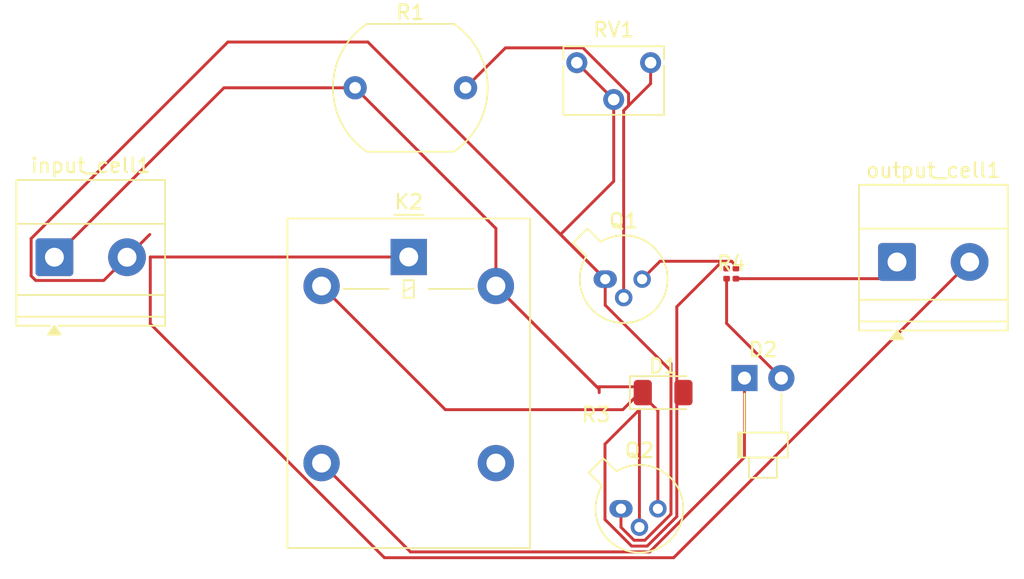
<source format=kicad_pcb>
(kicad_pcb (version 20241229) (generator "pcbnew") (generator_version "9.0")
  (layers (0 "F.Cu" signal) (2 "B.Cu" signal) (13 "F.Paste" user) (15 "B.Paste" user) (5 "F.SilkS" user "F.Silkscreen") (7 "B.SilkS" user "B.Silkscreen") (1 "F.Mask" user) (3 "B.Mask" user) (25 "Edge.Cuts" user))
  (net 0 "")
  (net 1 "Net-(D1-K)")
  (net 2 "Net-(D1-A)")
  (net 3 "Net-(D2-K)")
  (net 4 "Net-(D2-A)")
  (net 6 "Net-(Q1-B)")
  (net 7 "Net-(Q1-C)")
  (net 8 "Net-(Q1-E)")
  (net 9 "Net-(output_cell1-Pin_2)")
  (net 10 "Net-(output_cell1-Pin_1)")
  (footprint "Diode_SMD:D_1206_3216Metric" (layer "F.Cu") (at 150.9 91)
    (property "Reference" "D1" (at 0 -1.83 0) (layer "F.SilkS"))
    (property "Value" "D")
    (fp_line (start -2.285 -1.135) (end -2.285 1.135) (stroke (width 0.12)) (layer "F.SilkS"))
    (fp_line (start -2.285 1.135) (end 1.6 1.135) (stroke (width 0.12)) (layer "F.SilkS"))
    (fp_line (start 1.6 -1.135) (end -2.285 -1.135) (stroke (width 0.12)) (layer "F.SilkS"))
    (pad "1" smd roundrect (at -1.4 0) (size 1.25 1.75) (layers "F.Cu" "F.Mask" "F.Paste") (roundrect_rratio 0.2) (net 1 "Net-(D1-K)"))
    (pad "2" smd roundrect (at 1.4 0) (size 1.25 1.75) (layers "F.Cu" "F.Mask" "F.Paste") (roundrect_rratio 0.2) (net 2 "Net-(D1-A)"))
  )
  (footprint "LED_THT:LED_D1.8mm_W1.8mm_H2.4mm_Horizontal_O3.81mm_Z4.9mm" (layer "F.Cu") (at 156.5 90)
    (property "Reference" "D2" (at 1.27 -1.96 0) (layer "F.SilkS"))
    (property "Value" "LED")
    (fp_line (start -0.44 3.75) (end -0.44 5.47) (stroke (width 0.12)) (layer "F.SilkS"))
    (fp_line (start -0.44 5.47) (end 2.98 5.47) (stroke (width 0.12)) (layer "F.SilkS"))
    (fp_line (start -0.32 3.75) (end -0.32 5.47) (stroke (width 0.12)) (layer "F.SilkS"))
    (fp_line (start -0.2 3.75) (end -0.2 5.47) (stroke (width 0.12)) (layer "F.SilkS"))
    (fp_line (start 0 1.08) (end 0 1.08) (stroke (width 0.12)) (layer "F.SilkS"))
    (fp_line (start 0 1.08) (end 0 3.75) (stroke (width 0.12)) (layer "F.SilkS"))
    (fp_line (start 0 3.75) (end 0 1.08) (stroke (width 0.12)) (layer "F.SilkS"))
    (fp_line (start 0 3.75) (end 0 3.75) (stroke (width 0.12)) (layer "F.SilkS"))
    (fp_line (start 0.31 5.47) (end 0.31 6.87) (stroke (width 0.12)) (layer "F.SilkS"))
    (fp_line (start 0.31 6.87) (end 2.23 6.87) (stroke (width 0.12)) (layer "F.SilkS"))
    (fp_line (start 2.23 5.47) (end 0.31 5.47) (stroke (width 0.12)) (layer "F.SilkS"))
    (fp_line (start 2.23 6.87) (end 2.23 5.47) (stroke (width 0.12)) (layer "F.SilkS"))
    (fp_line (start 2.54 1.08) (end 2.54 1.08) (stroke (width 0.12)) (layer "F.SilkS"))
    (fp_line (start 2.54 1.08) (end 2.54 3.75) (stroke (width 0.12)) (layer "F.SilkS"))
    (fp_line (start 2.54 3.75) (end 2.54 1.08) (stroke (width 0.12)) (layer "F.SilkS"))
    (fp_line (start 2.54 3.75) (end 2.54 3.75) (stroke (width 0.12)) (layer "F.SilkS"))
    (fp_line (start 2.98 3.75) (end -0.44 3.75) (stroke (width 0.12)) (layer "F.SilkS"))
    (fp_line (start 2.98 5.47) (end 2.98 3.75) (stroke (width 0.12)) (layer "F.SilkS"))
    (pad "1" thru_hole rect (at 0 0) (size 1.8 1.8) (drill 0.9) (layers "*.Cu" "*.Mask") (net 3 "Net-(D2-K)"))
    (pad "2" thru_hole circle (at 2.54 0) (size 1.8 1.8) (drill 0.9) (layers "*.Cu" "*.Mask") (net 4 "Net-(D2-A)"))
  )
  (footprint "Resistor_SMD:R_0201_0603Metric" (layer "F.Cu") (at 155.590552 83.151104)
    (property "Reference" "R4" (at 0 -1.05 0) (layer "F.SilkS"))
    (property "Value" "R")
    (pad "1" smd roundrect (at -0.32 0) (size 0.46 0.4) (layers "F.Cu" "F.Mask") (net 4 "Net-(D2-A)"))
    (pad "2" smd roundrect (at 0.32 0) (size 0.46 0.4) (layers "F.Cu" "F.Mask") (net 10 "Net-(output_cell1-Pin_1)"))
  )
  (footprint "Package_TO_SOT_THT:TO-18-3" (layer "F.Cu") (at 146.914724 83.184724)
    (property "Reference" "Q1" (at 1.27 -4.02 0) (layer "F.SilkS"))
    (property "Value" "BC107")
    (fp_line (start -2.214448 -2.494499) (end -1.302281 -1.582331) (stroke (width 0.12)) (layer "F.SilkS"))
    (fp_line (start -1.224499 -3.484448) (end -2.214448 -2.494499) (stroke (width 0.12)) (layer "F.SilkS"))
    (fp_line (start -0.312331 -2.572281) (end -1.224499 -3.484448) (stroke (width 0.12)) (layer "F.SilkS"))
    (fp_arc (start -0.312331 -2.572281) (mid 3.405462 2.135462) (end -1.302281 -1.582331) (stroke (width 0.12)) (layer "F.SilkS"))
    (pad "1" thru_hole oval (at 0 0) (size 1.6 1.2) (drill 0.7) (layers "*.Cu" "*.Mask") (net 8 "Net-(Q1-E)"))
    (pad "2" thru_hole circle (at 1.27 1.27) (size 1.2 1.2) (drill 0.7) (layers "*.Cu" "*.Mask") (net 6 "Net-(Q1-B)"))
    (pad "3" thru_hole circle (at 2.54 0) (size 1.2 1.2) (drill 0.7) (layers "*.Cu" "*.Mask") (net 7 "Net-(Q1-C)"))
  )
  (footprint "Potentiometer_THT:Potentiometer_Bourns_3266W_Vertical" (layer "F.Cu") (at 150.04 68.27)
    (property "Reference" "RV1" (at -2.54 -2.27 0) (layer "F.SilkS"))
    (property "Value" "R_Potentiometer")
    (fp_line (start -6.005 -1.13) (end -6.005 -0.217) (stroke (width 0.12)) (layer "F.SilkS"))
    (fp_line (start -6.005 -1.13) (end 0.925 -1.13) (stroke (width 0.12)) (layer "F.SilkS"))
    (fp_line (start -6.005 0.217) (end -6.005 3.59) (stroke (width 0.12)) (layer "F.SilkS"))
    (fp_line (start -6.005 3.59) (end 0.925 3.59) (stroke (width 0.12)) (layer "F.SilkS"))
    (fp_line (start 0.925 -1.13) (end 0.925 -0.217) (stroke (width 0.12)) (layer "F.SilkS"))
    (fp_line (start 0.925 0.217) (end 0.925 3.59) (stroke (width 0.12)) (layer "F.SilkS"))
    (pad "1" thru_hole circle (at 0 0) (size 1.44 1.44) (drill 0.8) (layers "*.Cu" "*.Mask") (net 6 "Net-(Q1-B)"))
    (pad "2" thru_hole circle (at -2.54 2.54) (size 1.44 1.44) (drill 0.8) (layers "*.Cu" "*.Mask") (net 8 "Net-(Q1-E)"))
    (pad "3" thru_hole circle (at -5.08 0) (size 1.44 1.44) (drill 0.8) (layers "*.Cu" "*.Mask") (net 8 "Net-(Q1-E)"))
  )
  (footprint "Relay_THT:Relay_SPDT_Omron-G5LE-1" (layer "F.Cu") (at 133.390552 81.656104)
    (property "Reference" "K2" (at 0 -3.8 0) (layer "F.SilkS"))
    (property "Value" "G5LE-1")
    (fp_line (start -8.35 -2.65) (end -8.35 20.05) (stroke (width 0.12)) (layer "F.SilkS"))
    (fp_line (start -8.35 20.05) (end 8.35 20.05) (stroke (width 0.12)) (layer "F.SilkS"))
    (fp_line (start -4.5 2.2) (end -1.35 2.2) (stroke (width 0.12)) (layer "F.SilkS"))
    (fp_line (start -1 -2.91) (end 1 -2.91) (stroke (width 0.12)) (layer "F.SilkS"))
    (fp_line (start -0.35 1.6) (end -0.35 2.8) (stroke (width 0.12)) (layer "F.SilkS"))
    (fp_line (start -0.35 2.4) (end 0.35 2) (stroke (width 0.12)) (layer "F.SilkS"))
    (fp_line (start -0.35 2.8) (end 0.35 2.8) (stroke (width 0.12)) (layer "F.SilkS"))
    (fp_line (start 0.35 1.6) (end -0.35 1.6) (stroke (width 0.12)) (layer "F.SilkS"))
    (fp_line (start 0.35 2.8) (end 0.35 1.6) (stroke (width 0.12)) (layer "F.SilkS"))
    (fp_line (start 1.35 2.2) (end 4.5 2.2) (stroke (width 0.12)) (layer "F.SilkS"))
    (fp_line (start 8.35 -2.65) (end -8.35 -2.65) (stroke (width 0.12)) (layer "F.SilkS"))
    (fp_line (start 8.35 20.05) (end 8.35 -2.65) (stroke (width 0.12)) (layer "F.SilkS"))
    (pad "1" thru_hole rect (at 0 0) (size 2.5 2.5) (drill 1.3) (layers "*.Cu" "*.Mask") (net 9 "Net-(output_cell1-Pin_2)"))
    (pad "2" thru_hole oval (at -6 2) (size 2.5 2.5) (drill 1.3) (layers "*.Cu" "*.Mask") (net 2 "Net-(D1-A)"))
    (pad "3" thru_hole oval (at -6 14.2) (size 2.5 2.5) (drill 1.3) (layers "*.Cu" "*.Mask") (net 3 "Net-(D2-K)"))
    (pad "4" thru_hole oval (at 6 14.2) (size 2.5 2.5) (drill 1.3) (layers "*.Cu" "*.Mask"))
    (pad "5" thru_hole oval (at 6 2) (size 2.5 2.5) (drill 1.3) (layers "*.Cu" "*.Mask") (net 1 "Net-(D1-K)"))
  )
  (footprint "TerminalBlock_Phoenix:TerminalBlock_Phoenix_MKDS-1,5-2_1x02_P5.00mm_Horizontal" (layer "F.Cu") (at 167 82)
    (property "Reference" "output_cell1" (at 2.5 -6.32 0) (layer "F.SilkS"))
    (property "Value" "Conn_01x02_Pin")
    (fp_line (start -2.62 -5.32) (end -2.62 4.72) (stroke (width 0.12)) (layer "F.SilkS"))
    (fp_line (start -2.62 -5.32) (end 7.62 -5.32) (stroke (width 0.12)) (layer "F.SilkS"))
    (fp_line (start -2.62 -2.3) (end 7.62 -2.3) (stroke (width 0.12)) (layer "F.SilkS"))
    (fp_line (start -2.62 2.6) (end 7.62 2.6) (stroke (width 0.12)) (layer "F.SilkS"))
    (fp_line (start -2.62 4.1) (end 7.62 4.1) (stroke (width 0.12)) (layer "F.SilkS"))
    (fp_line (start -2.62 4.72) (end -0.3 4.72) (stroke (width 0.12)) (layer "F.SilkS"))
    (fp_line (start 0.3 4.72) (end 7.62 4.72) (stroke (width 0.12)) (layer "F.SilkS"))
    (fp_line (start 7.62 -5.32) (end 7.62 4.72) (stroke (width 0.12)) (layer "F.SilkS"))
    (fp_poly (pts (xy 0 4.72) (xy 0.44 5.33) (xy -0.44 5.33)) (stroke (width 0.12)) (fill yes) (layer "F.SilkS"))
    (pad "1" thru_hole roundrect (at 0 0) (size 2.6 2.6) (drill 1.3) (layers "*.Cu" "*.Mask") (roundrect_rratio 0.096154) (net 10 "Net-(output_cell1-Pin_1)"))
    (pad "2" thru_hole circle (at 5 0) (size 2.6 2.6) (drill 1.3) (layers "*.Cu" "*.Mask") (net 9 "Net-(output_cell1-Pin_2)"))
  )
  (footprint "Resistor_SMD:R_0201_0603Metric" (layer "F.Cu") (at 155.590552 82.451104)
    (property "Reference" "R3" (at -9.310552 10.068896 0) (layer "F.SilkS"))
    (property "Value" "1kΩ")
    (pad "1" smd roundrect (at -0.32 0) (size 0.46 0.4) (layers "F.Cu" "F.Mask") (net 1 "Net-(D1-K)"))
    (pad "2" smd roundrect (at 0.32 0) (size 0.46 0.4) (layers "F.Cu" "F.Mask") (net 7 "Net-(Q1-C)"))
  )
  (footprint "Package_TO_SOT_THT:TO-18-3" (layer "F.Cu") (at 148 99)
    (property "Reference" "Q2" (at 1.27 -4.02 0) (layer "F.SilkS"))
    (property "Value" "BC107")
    (fp_line (start -2.214448 -2.494499) (end -1.302281 -1.582331) (stroke (width 0.12)) (layer "F.SilkS"))
    (fp_line (start -1.224499 -3.484448) (end -2.214448 -2.494499) (stroke (width 0.12)) (layer "F.SilkS"))
    (fp_line (start -0.312331 -2.572281) (end -1.224499 -3.484448) (stroke (width 0.12)) (layer "F.SilkS"))
    (fp_arc (start -0.312331 -2.572281) (mid 3.405462 2.135462) (end -1.302281 -1.582331) (stroke (width 0.12)) (layer "F.SilkS"))
    (pad "1" thru_hole oval (at 0 0) (size 1.6 1.2) (drill 0.7) (layers "*.Cu" "*.Mask") (net 8 "Net-(Q1-E)"))
    (pad "2" thru_hole circle (at 1.27 1.27) (size 1.2 1.2) (drill 0.7) (layers "*.Cu" "*.Mask") (net 7 "Net-(Q1-C)"))
    (pad "3" thru_hole circle (at 2.54 0) (size 1.2 1.2) (drill 0.7) (layers "*.Cu" "*.Mask") (net 2 "Net-(D1-A)"))
  )
  (footprint "TerminalBlock_Phoenix:TerminalBlock_Phoenix_MKDS-1,5-2_1x02_P5.00mm_Horizontal" (layer "F.Cu") (at 109 81.6725)
    (property "Reference" "input_cell1" (at 2.5 -6.32 0) (layer "F.SilkS"))
    (property "Value" "Conn_01x02_Pin")
    (fp_line (start -2.62 -5.32) (end -2.62 4.72) (stroke (width 0.12)) (layer "F.SilkS"))
    (fp_line (start -2.62 -5.32) (end 7.62 -5.32) (stroke (width 0.12)) (layer "F.SilkS"))
    (fp_line (start -2.62 -2.3) (end 7.62 -2.3) (stroke (width 0.12)) (layer "F.SilkS"))
    (fp_line (start -2.62 2.6) (end 7.62 2.6) (stroke (width 0.12)) (layer "F.SilkS"))
    (fp_line (start -2.62 4.1) (end 7.62 4.1) (stroke (width 0.12)) (layer "F.SilkS"))
    (fp_line (start -2.62 4.72) (end -0.3 4.72) (stroke (width 0.12)) (layer "F.SilkS"))
    (fp_line (start 0.3 4.72) (end 7.62 4.72) (stroke (width 0.12)) (layer "F.SilkS"))
    (fp_line (start 7.62 -5.32) (end 7.62 4.72) (stroke (width 0.12)) (layer "F.SilkS"))
    (fp_poly (pts (xy 0 4.72) (xy 0.44 5.33) (xy -0.44 5.33)) (stroke (width 0.12)) (fill yes) (layer "F.SilkS"))
    (pad "1" thru_hole roundrect (at 0 0) (size 2.6 2.6) (drill 1.3) (layers "*.Cu" "*.Mask") (roundrect_rratio 0.096154) (net 1 "Net-(D1-K)"))
    (pad "2" thru_hole circle (at 5 0) (size 2.6 2.6) (drill 1.3) (layers "*.Cu" "*.Mask") (net 8 "Net-(Q1-E)"))
  )
  (footprint "OptoDevice:R_LDR_10x8.5mm_P7.6mm_Vertical" (layer "F.Cu") (at 129.7 70)
    (property "Reference" "R1" (at 3.8 -5.2 0) (layer "F.SilkS"))
    (property "Value" "LDR03")
    (fp_line (start 0.8 -4.4) (end 6.8 -4.4) (stroke (width 0.12)) (layer "F.SilkS"))
    (fp_line (start 0.8 4.4) (end 6.8 4.4) (stroke (width 0.12)) (layer "F.SilkS"))
    (fp_arc (start 0.8 4.4) (mid -1.525374 0.019809) (end 0.76735 -4.37756) (stroke (width 0.12)) (layer "F.SilkS"))
    (fp_arc (start 6.8 -4.4) (mid 9.125374 -0.019809) (end 6.83265 4.37756) (stroke (width 0.12)) (layer "F.SilkS"))
    (pad "1" thru_hole circle (at 0 0) (size 1.6 1.6) (drill 0.8) (layers "*.Cu" "*.Mask") (net 1 "Net-(D1-K)"))
    (pad "2" thru_hole circle (at 7.6 0) (size 1.6 1.6) (drill 0.8) (layers "*.Cu" "*.Mask") (net 6 "Net-(Q1-B)"))
  )
  (segment (start 146.5 91) (end 146.5 90.765552) (width 0.2) (layer "F.Cu") (net 1))
  (segment (start 139.390552 83.656104) (end 146.333448 90.599) (width 0.2) (layer "F.Cu") (net 1))
  (segment (start 129.7 70) (end 139.390552 79.690552) (width 0.2) (layer "F.Cu") (net 1))
  (segment (start 146.333448 90.599) (end 149.4661 90.599) (width 0.2) (layer "F.Cu") (net 1))
  (segment (start 139.390552 83.656104) (end 139.390552 79.690552) (width 0.2) (layer "F.Cu") (net 1))
  (segment (start 146.5 90.765552) (end 139.390552 83.656104) (width 0.2) (layer "F.Cu") (net 1))
  (segment (start 120.6725 70) (end 129.7 70) (width 0.2) (layer "F.Cu") (net 1))
  (segment (start 109 81.6725) (end 120.6725 70) (width 0.2) (layer "F.Cu") (net 1))
  (segment (start 148.124 92.176) (end 135.910448 92.176) (width 0.2) (layer "F.Cu") (net 2))
  (segment (start 149.3 91) (end 148.124 92.176) (width 0.2) (layer "F.Cu") (net 2))
  (segment (start 150.54 92.24) (end 149.522443 91.222443) (width 0.2) (layer "F.Cu") (net 2))
  (segment (start 150.54 99) (end 150.54 92.24) (width 0.2) (layer "F.Cu") (net 2))
  (segment (start 149.522443 91.222443) (end 149.3 91) (width 0.2) (layer "F.Cu") (net 2))
  (segment (start 135.910448 92.176) (end 127.390552 83.656104) (width 0.2) (layer "F.Cu") (net 2))
  (segment (start 156.5 95.448407) (end 156.5 90) (width 0.2) (layer "F.Cu") (net 3))
  (segment (start 149.975407 101.973) (end 156.5 95.448407) (width 0.2) (layer "F.Cu") (net 3))
  (segment (start 133.507448 101.973) (end 149.975407 101.973) (width 0.2) (layer "F.Cu") (net 3))
  (segment (start 127.390552 95.856104) (end 133.507448 101.973) (width 0.2) (layer "F.Cu") (net 3))
  (segment (start 159.04 90) (end 155.270552 86.230552) (width 0.2) (layer "F.Cu") (net 4))
  (segment (start 155.270552 86.230552) (end 155.270552 83.151104) (width 0.2) (layer "F.Cu") (net 4))
  (segment (start 140.051 67.249) (end 145.382913 67.249) (width 0.2) (layer "F.Cu") (net 6))
  (segment (start 137.3 70) (end 140.051 67.249) (width 0.2) (layer "F.Cu") (net 6))
  (segment (start 148.184724 71.569189) (end 150.04 69.713913) (width 0.2) (layer "F.Cu") (net 6))
  (segment (start 148.521 71.232913) (end 148.184724 71.569189) (width 0.2) (layer "F.Cu") (net 6))
  (segment (start 148.521 70.387087) (end 148.521 71.232913) (width 0.2) (layer "F.Cu") (net 6))
  (segment (start 145.382913 67.249) (end 148.521 70.387087) (width 0.2) (layer "F.Cu") (net 6))
  (segment (start 150.04 69.713913) (end 150.04 68.27) (width 0.2) (layer "F.Cu") (net 6))
  (segment (start 148.184724 84.454724) (end 148.184724 71.569189) (width 0.2) (layer "F.Cu") (net 6))
  (segment (start 155.609551 81.950104) (end 150.689344 81.950104) (width 0.2) (layer "F.Cu") (net 7))
  (segment (start 155.910552 82.251105) (end 155.609551 81.950104) (width 0.2) (layer "F.Cu") (net 7))
  (segment (start 146.899 99.740307) (end 146.899 94.547) (width 0.2) (layer "F.Cu") (net 7))
  (segment (start 149.27 92.176) (end 149.27 100.27) (width 0.2) (layer "F.Cu") (net 7))
  (segment (start 146.899 94.547) (end 149.27 92.176) (width 0.2) (layer "F.Cu") (net 7))
  (segment (start 151.842 85.079786) (end 151.842 99.539307) (width 0.2) (layer "F.Cu") (net 7))
  (segment (start 149.809307 101.572) (end 148.730693 101.572) (width 0.2) (layer "F.Cu") (net 7))
  (segment (start 155.910552 82.451104) (end 155.910552 82.251105) (width 0.2) (layer "F.Cu") (net 7))
  (segment (start 151.842 99.539307) (end 149.809307 101.572) (width 0.2) (layer "F.Cu") (net 7))
  (segment (start 155.609551 81.950104) (end 154.971682 81.950104) (width 0.2) (layer "F.Cu") (net 7))
  (segment (start 148.730693 101.572) (end 146.899 99.740307) (width 0.2) (layer "F.Cu") (net 7))
  (segment (start 150.689344 81.950104) (end 149.454724 83.184724) (width 0.2) (layer "F.Cu") (net 7))
  (segment (start 154.971682 81.950104) (end 151.842 85.079786) (width 0.2) (layer "F.Cu") (net 7))
  (segment (start 112.399 83.2735) (end 107.71484 83.2735) (width 0.2) (layer "F.Cu") (net 8))
  (segment (start 148 99) (end 148 100.274207) (width 0.2) (layer "F.Cu") (net 8))
  (segment (start 107.71484 83.2735) (end 107.399 82.95766) (width 0.2) (layer "F.Cu") (net 8))
  (segment (start 149.643207 101.171) (end 151.441 99.373207) (width 0.2) (layer "F.Cu") (net 8))
  (segment (start 107.399 82.95766) (end 107.399 80.38734) (width 0.2) (layer "F.Cu") (net 8))
  (segment (start 147.5 70.81) (end 147.5 76.440208) (width 0.2) (layer "F.Cu") (net 8))
  (segment (start 148.896793 101.171) (end 149.643207 101.171) (width 0.2) (layer "F.Cu") (net 8))
  (segment (start 151.441 89.5) (end 151.441 88.985207) (width 0.2) (layer "F.Cu") (net 8))
  (segment (start 146.914724 83.184724) (end 146.914724 84.973724) (width 0.2) (layer "F.Cu") (net 8))
  (segment (start 147.5 76.440208) (end 143.835104 80.105104) (width 0.2) (layer "F.Cu") (net 8))
  (segment (start 114 81.6725) (end 112.399 83.2735) (width 0.2) (layer "F.Cu") (net 8))
  (segment (start 151.441 99.373207) (end 151.441 89.5) (width 0.2) (layer "F.Cu") (net 8))
  (segment (start 107.399 80.38734) (end 120.93834 66.848) (width 0.2) (layer "F.Cu") (net 8))
  (segment (start 146.914724 84.973724) (end 151.441 89.5) (width 0.2) (layer "F.Cu") (net 8))
  (segment (start 144.96 68.27) (end 147.5 70.81) (width 0.2) (layer "F.Cu") (net 8))
  (segment (start 130.578 66.848) (end 146.914724 83.184724) (width 0.2) (layer "F.Cu") (net 8))
  (segment (start 146.914724 83.184724) (end 143.835104 80.105104) (width 0.2) (layer "F.Cu") (net 8))
  (segment (start 148 100.274207) (end 148.896793 101.171) (width 0.2) (layer "F.Cu") (net 8))
  (segment (start 120.93834 66.848) (end 130.578 66.848) (width 0.2) (layer "F.Cu") (net 8))
  (segment (start 114 81.6725) (end 115.567396 80.105104) (width 0.2) (layer "F.Cu") (net 8))
  (segment (start 115.601 86.259998) (end 115.601 81.656104) (width 0.2) (layer "F.Cu") (net 9))
  (segment (start 151.626 102.374) (end 131.715002 102.374) (width 0.2) (layer "F.Cu") (net 9))
  (segment (start 115.601 81.656104) (end 133.390552 81.656104) (width 0.2) (layer "F.Cu") (net 9))
  (segment (start 131.715002 102.374) (end 115.601 86.259998) (width 0.2) (layer "F.Cu") (net 9))
  (segment (start 172 82) (end 151.626 102.374) (width 0.2) (layer "F.Cu") (net 9))
  (segment (start 155.910552 83.151104) (end 165.848896 83.151104) (width 0.2) (layer "F.Cu") (net 10))
  (segment (start 165.848896 83.151104) (end 167 82) (width 0.2) (layer "F.Cu") (net 10))
)
</source>
